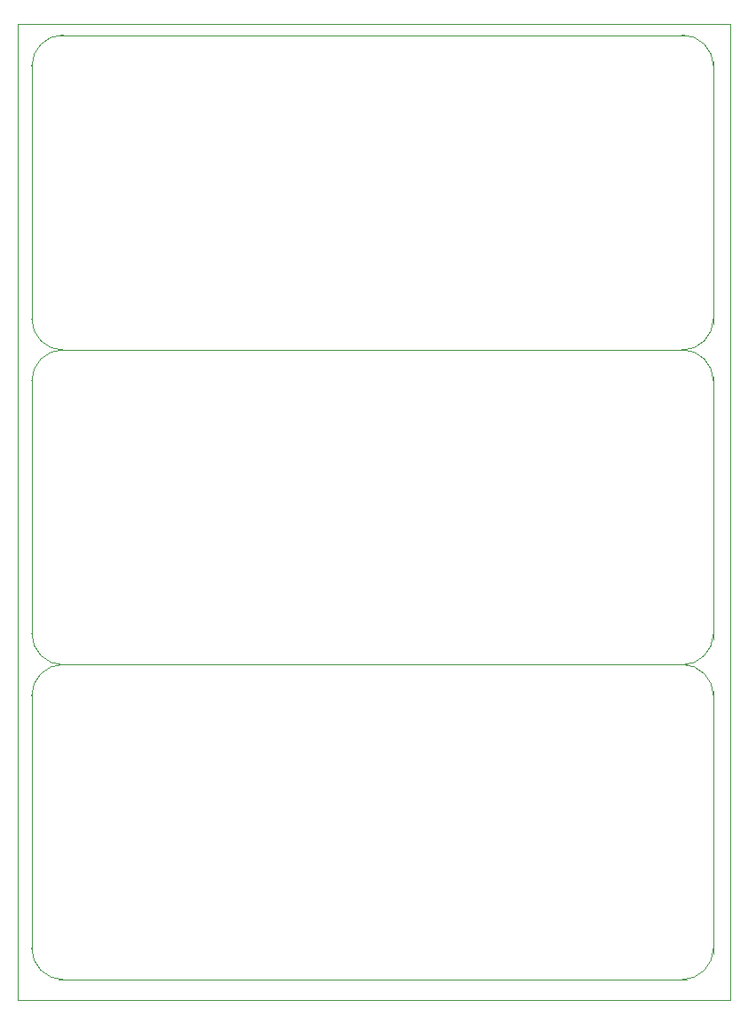
<source format=gbr>
%FSLAX34Y34*%
%MOMM*%
%LNOUTLINE*%
G71*
G01*
%ADD10C, 0.00*%
%ADD11C, 0.10*%
%LPD*%
G54D10*
X0Y1000000D02*
X680000Y1000000D01*
X680000Y70000D01*
X0Y70000D01*
X0Y1000000D01*
G54D11*
G75*
G01X13284Y719175D02*
G03X43284Y689175I30000J0D01*
G01*
G54D11*
G75*
G01X43259Y989644D02*
G03X13259Y959644I0J-30000D01*
G01*
G54D11*
G75*
G01X663809Y959644D02*
G03X633809Y989644I-30000J0D01*
G01*
G54D11*
G75*
G01X633775Y689116D02*
G03X663775Y719116I0J30000D01*
G01*
G54D11*
X13494Y964009D02*
X13494Y715566D01*
G54D11*
X39291Y689372D02*
X638175Y689372D01*
G54D11*
X663575Y713581D02*
X663575Y964406D01*
G54D11*
X638175Y989409D02*
X38894Y989409D01*
G54D11*
G75*
G01X13284Y419138D02*
G03X43284Y389138I30000J0D01*
G01*
G54D11*
G75*
G01X43259Y689606D02*
G03X13259Y659606I0J-30000D01*
G01*
G54D11*
G75*
G01X663809Y659606D02*
G03X633809Y689606I-30000J0D01*
G01*
G54D11*
G75*
G01X633775Y389078D02*
G03X663775Y419078I0J30000D01*
G01*
G54D11*
X13494Y663972D02*
X13494Y415528D01*
G54D11*
X39291Y389334D02*
X638175Y389334D01*
G54D11*
X663575Y413544D02*
X663575Y664369D01*
G54D11*
X638175Y689372D02*
X38894Y689372D01*
G54D11*
G75*
G01X13284Y119100D02*
G03X43284Y89100I30000J0D01*
G01*
G54D11*
G75*
G01X43259Y389569D02*
G03X13259Y359569I0J-30000D01*
G01*
G54D11*
G75*
G01X663809Y359569D02*
G03X633809Y389569I-30000J0D01*
G01*
G54D11*
G75*
G01X633775Y89041D02*
G03X663775Y119041I0J30000D01*
G01*
G54D11*
X13494Y363934D02*
X13494Y115491D01*
G54D11*
X39291Y89297D02*
X638175Y89297D01*
G54D11*
X663575Y113506D02*
X663575Y364331D01*
G54D11*
X638175Y389334D02*
X38894Y389334D01*
M02*

</source>
